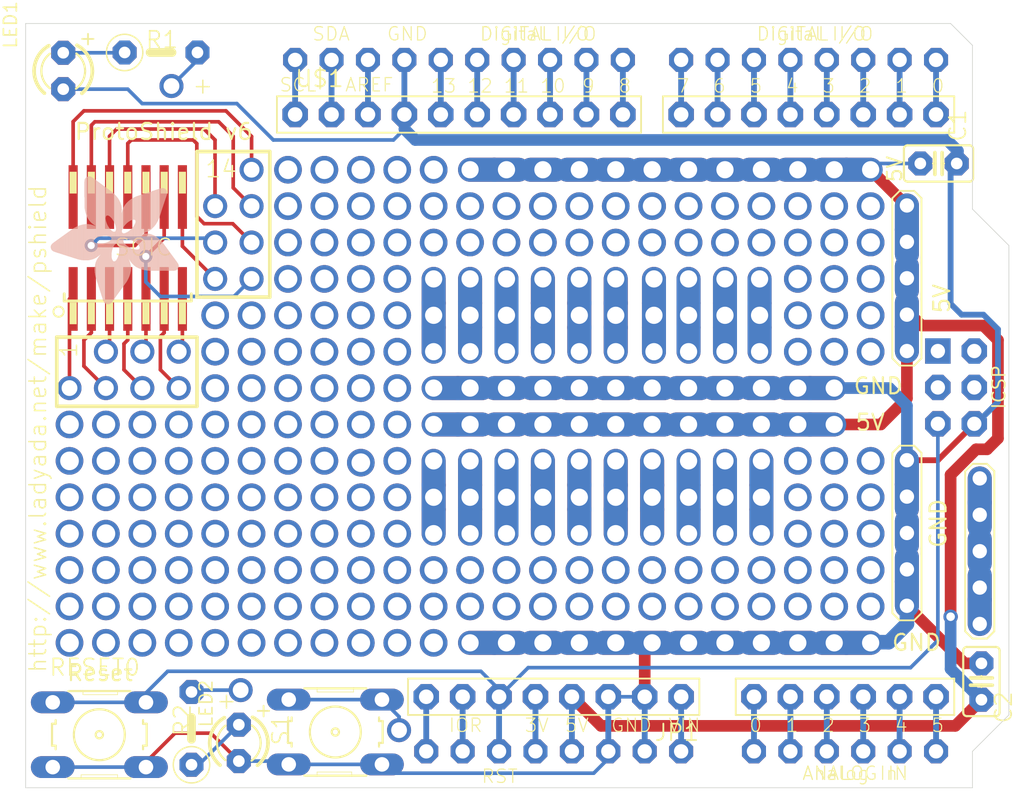
<source format=kicad_pcb>
(kicad_pcb (version 20211014) (generator pcbnew)
  (layers (0 "F.Cu" signal) (31 "B.Cu" signal) (34 "B.Paste" user) (35 "F.Paste" user) (36 "B.SilkS" user "B.Silkscreen") (37 "F.SilkS" user "F.Silkscreen") (38 "B.Mask" user) (39 "F.Mask" user) (44 "Edge.Cuts" user))
  (net 0 "")
  (net 1 "+5V")
  (net 2 "GND")
  (net 3 "N$11")
  (net 4 "N$12")
  (net 5 "N$13")
  (net 6 "N$14")
  (net 7 "N$17")
  (net 8 "N$18")
  (net 9 "N$19")
  (net 10 "N$30")
  (net 11 "N$31")
  (net 12 "N$32")
  (net 13 "N$33")
  (net 14 "N$38")
  (net 15 "N$39")
  (net 16 "N$46")
  (net 17 "N$47")
  (net 18 "N$48")
  (net 19 "N$52")
  (net 20 "N$53")
  (net 21 "N$60")
  (net 22 "N$64")
  (net 23 "N$65")
  (net 24 "N$66")
  (net 25 "N$68")
  (net 26 "N$69")
  (net 27 "N$71")
  (net 28 "N$72")
  (net 29 "N$73")
  (net 30 "N$74")
  (net 31 "N$75")
  (net 32 "N$76")
  (net 33 "N$77")
  (net 34 "N$78")
  (net 35 "N$79")
  (net 36 "N$81")
  (net 37 "N$82")
  (net 38 "N$83")
  (net 39 "N$84")
  (net 40 "N$91")
  (net 41 "N$95")
  (net 42 "N$96")
  (net 43 "N$97")
  (net 44 "N$98")
  (net 45 "N$101")
  (net 46 "N$102")
  (net 47 "N$103")
  (net 48 "N$104")
  (net 49 "N$105")
  (net 50 "N$106")
  (net 51 "N$107")
  (net 52 "N$108")
  (net 53 "N$109")
  (net 54 "N$110")
  (net 55 "N$111")
  (net 56 "N$112")
  (net 57 "N$113")
  (net 58 "N$125")
  (net 59 "N$129")
  (net 60 "N$130")
  (net 61 "N$131")
  (net 62 "N$133")
  (net 63 "N$134")
  (net 64 "N$138")
  (net 65 "N$139")
  (net 66 "N$140")
  (net 67 "N$141")
  (net 68 "N$142")
  (net 69 "N$143")
  (net 70 "N$144")
  (net 71 "N$146")
  (net 72 "N$147")
  (net 73 "N$148")
  (net 74 "N$160")
  (net 75 "N$161")
  (net 76 "N$162")
  (net 77 "N$163")
  (net 78 "N$168")
  (net 79 "N$169")
  (net 80 "N$170")
  (net 81 "N$173")
  (net 82 "N$174")
  (net 83 "N$175")
  (net 84 "N$176")
  (net 85 "N$177")
  (net 86 "N$198")
  (net 87 "N$199")
  (net 88 "N$206")
  (net 89 "N$207")
  (net 90 "N$208")
  (net 91 "N$209")
  (net 92 "N$225")
  (net 93 "N$226")
  (net 94 "N$227")
  (net 95 "N$228")
  (net 96 "N$241")
  (net 97 "N$242")
  (net 98 "N$255")
  (net 99 "N$259")
  (net 100 "N$260")
  (net 101 "N$261")
  (net 102 "N$263")
  (net 103 "N$264")
  (net 104 "N$51")
  (net 105 "N$99")
  (net 106 "N$194")
  (net 107 "3.3V")
  (net 108 "RESET")
  (net 109 "N$1")
  (net 110 "N$128")
  (net 111 "N$132")
  (net 112 "N$136")
  (net 113 "N$137")
  (net 114 "N$171")
  (net 115 "N$172")
  (net 116 "N$193")
  (net 117 "N$195")
  (net 118 "N$196")
  (net 119 "N$210")
  (net 120 "N$214")
  (net 121 "N$215")
  (net 122 "N$218")
  (net 123 "N$219")
  (net 124 "N$229")
  (net 125 "N$258")
  (net 126 "N$262")
  (net 127 "N$265")
  (net 128 "N$266")
  (net 129 "N$267")
  (net 130 "N$268")
  (net 131 "N$269")
  (net 132 "N$270")
  (net 133 "N$271")
  (net 134 "N$272")
  (net 135 "N$274")
  (net 136 "N$275")
  (net 137 "N$25")
  (net 138 "N$26")
  (net 139 "N$27")
  (net 140 "N$28")
  (net 141 "N$29")
  (net 142 "N$35")
  (net 143 "N$36")
  (net 144 "N$37")
  (net 145 "N$87")
  (net 146 "N$216")
  (net 147 "N$217")
  (net 148 "N$273")
  (net 149 "N$20")
  (net 150 "N$21")
  (net 151 "N$22")
  (net 152 "N$23")
  (net 153 "N$24")
  (net 154 "N$34")
  (net 155 "N$49")
  (net 156 "N$50")
  (net 157 "N$61")
  (net 158 "N$62")
  (net 159 "N$63")
  (net 160 "N$67")
  (net 161 "N$85")
  (net 162 "N$86")
  (net 163 "N$9")
  (net 164 "N$10")
  (net 165 "N$42")
  (net 166 "N$43")
  (net 167 "N$44")
  (net 168 "N$80")
  (net 169 "N$114")
  (net 170 "N$118")
  (net 171 "N$119")
  (net 172 "N$120")
  (net 173 "N$121")
  (net 174 "N$122")
  (net 175 "N$123")
  (net 176 "N$124")
  (net 177 "N$126")
  (net 178 "N$127")
  (net 179 "N$149")
  (net 180 "N$150")
  (net 181 "N$151")
  (net 182 "N$155")
  (net 183 "N$156")
  (net 184 "N$157")
  (net 185 "N$158")
  (net 186 "N$159")
  (net 187 "N$165")
  (net 188 "N$166")
  (net 189 "N$167")
  (net 190 "N$178")
  (net 191 "N$90")
  (net 192 "N$100")
  (net 193 "N$3")
  (net 194 "N$6")
  (net 195 "N$7")
  (net 196 "N$8")
  (net 197 "N$16")
  (net 198 "N$40")
  (net 199 "N$41")
  (net 200 "N$2")
  (net 201 "N$5")
  (net 202 "N$45")
  (net 203 "N$54")
  (net 204 "N$55")
  (net 205 "N$56")
  (net 206 "N$57")
  (net 207 "N$58")
  (net 208 "N$59")
  (net 209 "N$70")
  (net 210 "N$88")
  (net 211 "N$89")
  (net 212 "N$92")
  (net 213 "N$93")
  (net 214 "N$94")
  (net 215 "N$115")
  (net 216 "N$116")
  (net 217 "N$117")
  (net 218 "N$135")
  (net 219 "N$145")
  (net 220 "N$152")
  (net 221 "N$153")
  (net 222 "N$4")
  (net 223 "N$15")
  (net 224 "N$154")
  (net 225 "N$164")
  (footprint "boardEagle:PERFHOLE" (layer "F.Cu") (at 122.3492 103.7793)
    (fp_text reference "U$9" hide)
    (fp_text value "PERFHOLE" hide)
  )
  (footprint "boardEagle:C025-025X050" (layer "F.Cu") (at 180.876 124.2619 90)
    (fp_text reference "C2")
    (fp_text value "")
  )
  (footprint "boardEagle:3-STRIP" (layer "F.Cu") (at 145.2092 98.6993 90)
    (fp_text reference "U$29" hide)
    (fp_text value "3-STRIP" hide)
  )
  (footprint "boardEagle:ARDUINOR3_ICSP" (layer "F.Cu") (at 114.2111 131.6736)
    (fp_text reference "M1" hide)
    (fp_text value "ARDUINO_R3_ICSP" hide)
    (fp_line (start 0 0) (end 66.04 0) (layer "Edge.Cuts") (width 0.05))
    (fp_line (start 66.04 -40.386) (end 66.04 -51.816) (layer "Edge.Cuts") (width 0.05))
    (fp_line (start 64.516 -53.34) (end 0 -53.34) (layer "Edge.Cuts") (width 0.05))
    (fp_line (start 66.04 -2.54) (end 68.58 -5.08) (layer "Edge.Cuts") (width 0.05))
    (fp_line (start 66.04 -51.816) (end 64.516 -53.34) (layer "Edge.Cuts") (width 0.05))
    (fp_line (start 68.58 -5.08) (end 68.58 -37.846) (layer "Edge.Cuts") (width 0.05))
    (fp_line (start 0 -53.34) (end 0 0) (layer "Edge.Cuts") (width 0.05))
    (fp_line (start 66.04 0) (end 66.04 -2.54) (layer "Edge.Cuts") (width 0.05))
    (fp_line (start 68.58 -37.846) (end 66.04 -40.386) (layer "Edge.Cuts") (width 0.05))
  )
  (footprint "boardEagle:PERFHOLE" (layer "F.Cu") (at 129.9692 93.6193 90)
    (fp_text reference "U$38" hide)
    (fp_text value "PERFHOLE" hide)
  )
  (footprint "boardEagle:PERFHOLE" (layer "F.Cu") (at 119.8092 101.2393)
    (fp_text reference "U$8" hide)
    (fp_text value "PERFHOLE" hide)
  )
  (footprint "boardEagle:3-STRIP" (layer "F.Cu") (at 155.3692 111.3993 90)
    (fp_text reference "U$33" hide)
    (fp_text value "3-STRIP" hide)
  )
  (footprint "boardEagle:LED3MM" (layer "F.Cu") (at 129.0802 128.5443 -90)
    (fp_text reference "LED2")
    (fp_text value "")
  )
  (footprint "boardEagle:PERFHOLE" (layer "F.Cu") (at 140.2562 127.6553)
    (fp_text reference "U$16" hide)
    (fp_text value "PERFHOLE" hide)
  )
  (footprint "boardEagle:PERFHOLE" (layer "F.Cu") (at 127.4292 91.0793 90)
    (fp_text reference "U$39" hide)
    (fp_text value "PERFHOLE" hide)
  )
  (footprint "boardEagle:0207_5V" (layer "F.Cu") (at 125.7782 127.5283 90)
    (fp_text reference "R2")
    (fp_text value "")
  )
  (footprint "boardEagle:5-STRIP" (layer "F.Cu") (at 180.7591 120.2436 90)
    (fp_text reference "U$3" hide)
    (fp_text value "5-STRIP" hide)
  )
  (footprint "boardEagle:3-STRIP" (layer "F.Cu") (at 147.7492 111.3993 90)
    (fp_text reference "U$31" hide)
    (fp_text value "3-STRIP" hide)
  )
  (footprint "boardEagle:3-STRIP" (layer "F.Cu") (at 145.2092 111.3993 90)
    (fp_text reference "U$18" hide)
    (fp_text value "3-STRIP" hide)
  )
  (footprint "boardEagle:PERFHOLE" (layer "F.Cu") (at 124.8892 101.2393)
    (fp_text reference "U$27" hide)
    (fp_text value "PERFHOLE" hide)
  )
  (footprint "boardEagle:C025-025X050" (layer "F.Cu") (at 177.8838 88.1025)
    (fp_text reference "C1")
    (fp_text value "")
  )
  (footprint "boardEagle:B3F-10XX" (layer "F.Cu") (at 119.3512 127.9721 180)
    (fp_text reference "RESET0")
    (fp_text value "Reset" hide)
  )
  (footprint "boardEagle:PERFHOLE" (layer "F.Cu") (at 124.8892 103.7793)
    (fp_text reference "U$25" hide)
    (fp_text value "PERFHOLE" hide)
  )
  (footprint "boardEagle:1X08-BIG" (layer "F.Cu") (at 168.8211 84.6836 180)
    (fp_text reference "JP4" hide)
    (fp_text value "")
  )
  (footprint "" (layer "F.Cu") (at 129.9692 80.9193)
    (fp_text reference "@HOLE0" hide)
    (fp_text value "")
  )
  (footprint "boardEagle:1X10-BIG" (layer "F.Cu") (at 144.4371 84.6836)
    (fp_text reference "U$1")
    (fp_text value "PINHD-1X10")
  )
  (footprint "" (layer "F.Cu") (at 180.7692 96.1593)
    (fp_text reference "@HOLE1" hide)
    (fp_text value "")
  )
  (footprint "boardEagle:3-STRIP" (layer "F.Cu") (at 147.7492 98.6993 90)
    (fp_text reference "U$20" hide)
    (fp_text value "3-STRIP" hide)
  )
  (footprint "boardEagle:3-STRIP" (layer "F.Cu") (at 162.9892 111.3993 90)
    (fp_text reference "U$5" hide)
    (fp_text value "3-STRIP" hide)
  )
  (footprint "boardEagle:12-STRIP" (layer "F.Cu") (at 173.1492 88.5393 180)
    (fp_text reference "VCCSTRIP1" hide)
    (fp_text value "12-STRIP" hide)
  )
  (footprint "boardEagle:5-STRIP" (layer "F.Cu") (at 175.6791 101.1936 90)
    (fp_text reference "U$24" hide)
    (fp_text value "5-STRIP" hide)
  )
  (footprint "boardEagle:B3F-10XX" (layer "F.Cu") (at 135.8112 127.7823)
    (fp_text reference "S1")
    (fp_text value "Reset" hide)
  )
  (footprint "boardEagle:3-STRIP" (layer "F.Cu") (at 158.0362 98.6993 90)
    (fp_text reference "U$15" hide)
    (fp_text value "3-STRIP" hide)
  )
  (footprint "boardEagle:PERFHOLE" (layer "F.Cu") (at 127.4292 96.1593 90)
    (fp_text reference "U$34" hide)
    (fp_text value "PERFHOLE" hide)
  )
  (footprint "boardEagle:3-STRIP" (layer "F.Cu") (at 165.5292 111.3993 90)
    (fp_text reference "U$14" hide)
    (fp_text value "3-STRIP" hide)
  )
  (footprint "boardEagle:3-STRIP" (layer "F.Cu") (at 157.9092 111.3993 90)
    (fp_text reference "U$32" hide)
    (fp_text value "3-STRIP" hide)
  )
  (footprint "boardEagle:LED3MM" (layer "F.Cu") (at 116.8324 81.6457 -90)
    (fp_text reference "LED1")
    (fp_text value "")
  )
  (footprint "boardEagle:3-STRIP" (layer "F.Cu") (at 162.9892 98.6993 90)
    (fp_text reference "U$12" hide)
    (fp_text value "3-STRIP" hide)
  )
  (footprint "boardEagle:1X08-BIG" (layer "F.Cu") (at 151.0411 125.3236 180)
    (fp_text reference "JP1")
    (fp_text value "")
  )
  (footprint "boardEagle:PERFHOLE" (layer "F.Cu") (at 122.3492 101.2393)
    (fp_text reference "U$19" hide)
    (fp_text value "PERFHOLE" hide)
  )
  (footprint "boardEagle:12-STRIP" (layer "F.Cu") (at 170.6092 106.3193 180)
    (fp_text reference "VCCSTRIP2" hide)
    (fp_text value "12-STRIP" hide)
  )
  (footprint "boardEagle:3-STRIP" (layer "F.Cu") (at 165.4022 98.6993 90)
    (fp_text reference "U$13" hide)
    (fp_text value "3-STRIP" hide)
  )
  (footprint "boardEagle:1X06-BIG" (layer "F.Cu") (at 171.3611 125.3236)
    (fp_text reference "JP9" hide)
    (fp_text value "")
  )
  (footprint "boardEagle:3-STRIP" (layer "F.Cu") (at 152.8292 98.6993 90)
    (fp_text reference "U$21" hide)
    (fp_text value "3-STRIP" hide)
  )
  (footprint "boardEagle:PERFHOLE" (layer "F.Cu") (at 124.3812 82.6973)
    (fp_text reference "U$7" hide)
    (fp_text value "PERFHOLE" hide)
  )
  (footprint "boardEagle:12-STRIP" (layer "F.Cu") (at 173.1492 121.5593 180)
    (fp_text reference "GNDSTRIP2" hide)
    (fp_text value "12-STRIP" hide)
  )
  (footprint "boardEagle:3-STRIP" (layer "F.Cu") (at 142.6692 98.6993 90)
    (fp_text reference "U$17" hide)
    (fp_text value "3-STRIP" hide)
  )
  (footprint "boardEagle:12-STRIP" (layer "F.Cu") (at 170.6092 103.7793 180)
    (fp_text reference "GNDSTRIP1" hide)
    (fp_text value "12-STRIP" hide)
  )
  (footprint "boardEagle:PERFHOLE" (layer "F.Cu") (at 129.9692 96.1593 90)
    (fp_text reference "U$35" hide)
    (fp_text value "PERFHOLE" hide)
  )
  (footprint "boardEagle:3-STRIP" (layer "F.Cu") (at 152.8292 111.3993 90)
    (fp_text reference "U$23" hide)
    (fp_text value "3-STRIP" hide)
  )
  (footprint "boardEagle:3-STRIP" (layer "F.Cu") (at 160.4492 98.6993 90)
    (fp_text reference "U$10" hide)
    (fp_text value "3-STRIP" hide)
  )
  (footprint "boardEagle:PERFHOLE" (layer "F.Cu") (at 127.4292 93.6193 90)
    (fp_text reference "U$37" hide)
    (fp_text value "PERFHOLE" hide)
  )
  (footprint "boardEagle:PERFHOLE" (layer "F.Cu") (at 117.2692 103.7793)
    (fp_text reference "U$2" hide)
    (fp_text value "PERFHOLE" hide)
  )
  (footprint "boardEagle:PERFHOLE" (layer "F.Cu") (at 119.8092 103.7793)
    (fp_text reference "U$6" hide)
    (fp_text value "PERFHOLE" hide)
  )
  (footprint "boardEagle:3-STRIP" (layer "F.Cu") (at 150.2892 111.3993 90)
    (fp_text reference "U$22" hide)
    (fp_text value "3-STRIP" hide)
  )
  (footprint "boardEagle:PERFHOLE" (layer "F.Cu") (at 129.9692 88.5393 90)
    (fp_text reference "U$41" hide)
    (fp_text value "PERFHOLE" hide)
  )
  (footprint "boardEagle:3-STRIP" (layer "F.Cu") (at 150.2892 98.6993 90)
    (fp_text reference "U$30" hide)
    (fp_text value "3-STRIP" hide)
  )
  (footprint "boardEagle:0207_5V" (layer "F.Cu") (at 123.6548 80.3555)
    (fp_text reference "R1")
    (fp_text value "")
  )
  (footprint "boardEagle:SO-14NMW" (layer "F.Cu") (at 120.5712 93.8733)
    (fp_text reference "IC1" hide)
    (fp_text value "SMD-14" hide)
  )
  (footprint "boardEagle:PERFHOLE" (layer "F.Cu") (at 129.9692 91.0793 90)
    (fp_text reference "U$40" hide)
    (fp_text value "PERFHOLE" hide)
  )
  (footprint "boardEagle:3-STRIP" (layer "F.Cu") (at 142.6692 111.3993 90)
    (fp_text reference "U$26" hide)
    (fp_text value "3-STRIP" hide)
  )
  (footprint "boardEagle:3-STRIP" (layer "F.Cu") (at 160.4492 111.3993 90)
    (fp_text reference "U$11" hide)
    (fp_text value "3-STRIP" hide)
  )
  (footprint "boardEagle:5-STRIP" (layer "F.Cu") (at 175.6791 118.9736 90)
    (fp_text reference "U$43" hide)
    (fp_text value "5-STRIP" hide)
  )
  (footprint "boardEagle:3-STRIP" (layer "F.Cu") (at 155.3692 98.6993 90)
    (fp_text reference "U$28" hide)
    (fp_text value "3-STRIP" hide)
  )
  (footprint "boardEagle:PERFHOLE" (layer "F.Cu") (at 129.2072 124.8613)
    (fp_text reference "U$4" hide)
    (fp_text value "PERFHOLE" hide)
  )
  (footprint "boardEagle:ADAFRUIT_9MM" (layer "B.Cu") (at 124.8791 89.0016 -90)
    (fp_text reference "U$36" hide)
    (fp_text value "" hide)
  )
  (gr_line (start 126.1592 97.4293) (end 126.1592 87.2693) (layer "F.SilkS") (width 0.254))
  (gr_line (start 126.5402 97.4293) (end 131.2392 97.4293) (layer "F.SilkS") (width 0.254))
  (gr_line (start 126.1592 100.2233) (end 126.1592 105.0493) (layer "F.SilkS") (width 0.254))
  (gr_line (start 126.4132 97.4293) (end 126.1592 97.4293) (layer "F.SilkS") (width 0.254))
  (gr_line (start 126.1592 105.0493) (end 116.3802 105.0493) (layer "F.SilkS") (width 0.254))
  (gr_line (start 116.3802 100.2233) (end 126.1592 100.2233) (layer "F.SilkS") (width 0.254))
  (gr_line (start 131.2392 87.2693) (end 126.1592 87.2693) (layer "F.SilkS") (width 0.254))
  (gr_line (start 116.3802 105.0493) (end 116.3802 100.2233) (layer "F.SilkS") (width 0.254))
  (gr_line (start 131.2392 97.4293) (end 131.2392 87.2693) (layer "F.SilkS") (width 0.254))
  (gr_text "Digital I/O" (at 165.1381 79.6036) (layer "F.SilkS") (effects (font (size 0.93472 0.93472) (thickness 0.08128)) (justify left bottom)))
  (gr_text "GND" (at 171.8792 104.2873) (layer "F.SilkS") (effects (font (size 1.1176 1.1176) (thickness 0.1524)) (justify left bottom)))
  (gr_text "+" (at 127.4292 126.2583) (layer "F.SilkS") (effects (font (size 1.1684 1.1684) (thickness 0.1016)) (justify left bottom)))
  (gr_text "ICSP" (at 182.617 105.3262 90) (layer "F.SilkS") (effects (font (size 0.89408 0.89408) (thickness 0.12192)) (justify left bottom)))
  (gr_text "http://www.ladyada.net/make/pshield" (at 115.7452 123.7183 90) (layer "F.SilkS") (effects (font (size 1.1684 1.1684) (thickness 0.1016)) (justify left bottom)))
  (gr_text "Reset" (at 117.0051 124.3076) (layer "F.SilkS") (effects (font (size 1.1176 1.1176) (thickness 0.1524)) (justify left bottom)))
  (gr_text "5V" (at 174.2364 87.4877 90) (layer "F.SilkS") (effects (font (size 1.00584 1.00584) (thickness 0.13716)) (justify right top)))
  (gr_text "GND" (at 174.5462 122.1943) (layer "F.SilkS") (effects (font (size 1.1176 1.1176) (thickness 0.1524)) (justify left bottom)))
  (gr_text "5V" (at 178.7728 98.6435 90) (layer "F.SilkS") (effects (font (size 1.1176 1.1176) (thickness 0.1524)) (justify left bottom)))
  (gr_text "Analog In" (at 168.3232 131.2113) (layer "F.SilkS") (effects (font (size 0.93472 0.93472) (thickness 0.08128)) (justify left bottom)))
  (gr_text "ProtoShield v6" (at 130.1483 85.2272) (layer "F.SilkS") (effects (font (size 1.1176 1.1176) (thickness 0.1524)) (justify right top)))
  (gr_text "1" (at 117.9042 101.7473 90) (layer "F.SilkS") (effects (font (size 1.1684 1.1684) (thickness 0.1016)) (justify left bottom)))
  (gr_text "SOIC" (at 120.3172 94.6353) (layer "F.SilkS") (effects (font (size 1.1684 1.1684) (thickness 0.1016)) (justify left bottom)))
  (gr_text "+" (at 125.7782 83.3323) (layer "F.SilkS") (effects (font (size 1.1684 1.1684) (thickness 0.1016)) (justify left bottom)))
  (gr_text "Digital I/O" (at 145.8341 79.6036) (layer "F.SilkS") (effects (font (size 0.93472 0.93472) (thickness 0.08128)) (justify left bottom)))
  (gr_text "14" (at 126.6672 89.1743) (layer "F.SilkS") (effects (font (size 1.1684 1.1684) (thickness 0.1016)) (justify left bottom)))
  (gr_text "GND" (at 178.5188 115.0265 90) (layer "F.SilkS") (effects (font (size 1.1176 1.1176) (thickness 0.1524)) (justify left bottom)))
  (gr_text "5V" (at 172.0062 106.8273) (layer "F.SilkS") (effects (font (size 1.1176 1.1176) (thickness 0.1524)) (justify left bottom)))
  (segment (start 180.5051 108.0516) (end 178.7271 109.8296) (width 0.8128) (layer "F.Cu") (net 1))
  (segment (start 175.6791 98.3996) (end 176.6951 99.4156) (width 0.8128) (layer "F.Cu") (net 1))
  (segment (start 179.0523 127.3556) (end 180.876 125.5319) (width 0.8128) (layer "F.Cu") (net 1))
  (segment (start 178.7271 109.8296) (end 178.7271 119.7356) (width 0.8128) (layer "F.Cu") (net 1))
  (segment (start 173.8554 106.3193) (end 175.6791 104.4956) (width 0.8128) (layer "F.Cu") (net 1))
  (segment (start 152.3111 125.3236) (end 154.3431 127.3556) (width 0.8128) (layer "F.Cu") (net 1))
  (segment (start 170.6092 106.3193) (end 173.8554 106.3193) (width 0.8128) (layer "F.Cu") (net 1))
  (segment (start 175.6791 91.0692) (end 175.6791 98.3996) (width 0.8128) (layer "F.Cu") (net 1))
  (segment (start 181.0131 99.4156) (end 182.0291 100.4316) (width 0.8128) (layer "F.Cu") (net 1))
  (segment (start 181.2671 108.0516) (end 180.5051 108.0516) (width 0.8128) (layer "F.Cu") (net 1))
  (segment (start 173.1492 88.5393) (end 175.6791 91.0692) (width 0.8128) (layer "F.Cu") (net 1))
  (segment (start 154.3431 127.3556) (end 179.0523 127.3556) (width 0.8128) (layer "F.Cu") (net 1))
  (segment (start 182.0291 107.2896) (end 181.2671 108.0516) (width 0.8128) (layer "F.Cu") (net 1))
  (segment (start 176.6951 99.4156) (end 181.0131 99.4156) (width 0.8128) (layer "F.Cu") (net 1))
  (segment (start 175.6791 104.4956) (end 175.6791 101.1936) (width 0.8128) (layer "F.Cu") (net 1))
  (segment (start 175.6791 98.3996) (end 175.6791 101.1936) (width 0.8128) (layer "F.Cu") (net 1))
  (segment (start 182.0291 100.4316) (end 182.0291 107.2896) (width 0.8128) (layer "F.Cu") (net 1))
  (via (at 178.7271 119.7356) (size 1.0064) (drill 0.6) (layers "F.Cu" "B.Cu") (net 1))
  (segment (start 175.6791 100.9396) (end 175.6791 101.1936) (width 0.4064) (layer "B.Cu") (net 1))
  (segment (start 173.586 88.1025) (end 176.6138 88.1025) (width 0.254) (layer "B.Cu") (net 1))
  (segment (start 178.7271 119.7356) (end 178.7271 123.383) (width 0.8128) (layer "B.Cu") (net 1))
  (segment (start 152.3111 125.3236) (end 152.3111 129.1336) (width 0.4064) (layer "B.Cu") (net 1))
  (segment (start 173.1492 88.5393) (end 173.586 88.1025) (width 0.254) (layer "B.Cu") (net 1))
  (segment (start 178.7271 123.383) (end 180.876 125.5319) (width 0.8128) (layer "B.Cu") (net 1))
  (segment (start 157.3911 121.7676) (end 157.5994 121.5593) (width 0.8128) (layer "F.Cu") (net 2))
  (segment (start 177.8381 108.8136) (end 176.1871 108.8136) (width 0.4064) (layer "F.Cu") (net 2))
  (segment (start 122.6024 129.8863) (end 124.6251 127.8636) (width 0.254) (layer "F.Cu") (net 2))
  (segment (start 124.6251 127.8636) (end 127.1295 127.8636) (width 0.254) (layer "F.Cu") (net 2))
  (segment (start 157.5994 121.5593) (end 173.1492 121.5593) (width 0.8128) (layer "F.Cu") (net 2))
  (segment (start 175.6791 109.3216) (end 175.6791 118.9736) (width 0.4064) (layer "F.Cu") (net 2))
  (segment (start 180.3781 106.2736) (end 177.8381 108.8136) (width 0.4064) (layer "F.Cu") (net 2))
  (segment (start 157.3911 125.3236) (end 157.3911 121.7676) (width 0.8128) (layer "F.Cu") (net 2))
  (segment (start 179.6974 122.9919) (end 175.6791 118.9736) (width 0.8128) (layer "F.Cu") (net 2))
  (segment (start 176.1871 108.8136) (end 175.6791 109.3216) (width 0.4064) (layer "F.Cu") (net 2))
  (segment (start 127.1295 127.8636) (end 129.0802 129.8143) (width 0.254) (layer "F.Cu") (net 2))
  (segment (start 122.6024 130.2327) (end 122.6024 129.8863) (width 0.254) (layer "F.Cu") (net 2))
  (segment (start 180.876 122.9919) (end 179.6974 122.9919) (width 0.8128) (layer "F.Cu") (net 2))
  (segment (start 182.0291 104.7496) (end 180.5051 106.2736) (width 0.4064) (layer "B.Cu") (net 2))
  (segment (start 175.6791 105.0036) (end 175.6791 118.9736) (width 0.8128) (layer "B.Cu") (net 2))
  (segment (start 132.56 130.0429) (end 139.0624 130.0429) (width 0.254) (layer "B.Cu") (net 2))
  (segment (start 154.8511 125.3236) (end 157.3911 125.3236) (width 0.254) (layer "B.Cu") (net 2))
  (segment (start 175.6791 120.2436) (end 174.4091 121.5136) (width 1.016) (layer "B.Cu") (net 2))
  (segment (start 139.6771 130.6576) (end 153.8351 130.6576) (width 0.254) (layer "B.Cu") (net 2))
  (segment (start 170.6092 103.7793) (end 174.4548 103.7793) (width 0.8128) (layer "B.Cu") (net 2))
  (segment (start 140.6271 80.8736) (end 140.6271 84.6836) (width 0.4064) (layer "B.Cu") (net 2))
  (segment (start 173.1949 121.5136) (end 173.1492 121.5593) (width 1.016) (layer "B.Cu") (net 2))
  (segment (start 154.8511 129.6416) (end 154.8511 129.1336) (width 0.254) (layer "B.Cu") (net 2))
  (segment (start 116.8324 82.9157) (end 121.3332 82.9157) (width 0.254) (layer "B.Cu") (net 2))
  (segment (start 132.3314 129.8143) (end 132.56 130.0429) (width 0.254) (layer "B.Cu") (net 2))
  (segment (start 122.3391 83.9216) (end 128.9431 83.9216) (width 0.254) (layer "B.Cu") (net 2))
  (segment (start 179.2351 87.2236) (end 179.2351 88.0212) (width 0.8128) (layer "B.Cu") (net 2))
  (segment (start 180.5051 106.2736) (end 180.3781 106.2736) (width 0.4064) (layer "B.Cu") (net 2))
  (segment (start 116.1 130.2327) (end 122.6024 130.2327) (width 0.254) (layer "B.Cu") (net 2))
  (segment (start 174.4548 103.7793) (end 175.6791 105.0036) (width 0.8128) (layer "B.Cu") (net 2))
  (segment (start 121.3332 82.9157) (end 122.3391 83.9216) (width 0.254) (layer "B.Cu") (net 2))
  (segment (start 181.0131 98.6536) (end 182.0291 99.6696) (width 0.4064) (layer "B.Cu") (net 2))
  (segment (start 139.8651 86.4616) (end 140.6271 85.6996) (width 0.254) (layer "B.Cu") (net 2))
  (segment (start 178.4731 86.4616) (end 179.2351 87.2236) (width 0.8128) (layer "B.Cu") (net 2))
  (segment (start 153.8351 130.6576) (end 154.8511 129.6416) (width 0.254) (layer "B.Cu") (net 2))
  (segment (start 182.0291 99.6696) (end 182.0291 104.7496) (width 0.4064) (layer "B.Cu") (net 2))
  (segment (start 179.4891 98.6536) (end 181.0131 98.6536) (width 0.4064) (layer "B.Cu") (net 2))
  (segment (start 141.3891 86.4616) (end 178.4731 86.4616) (width 0.8128) (layer "B.Cu") (net 2))
  (segment (start 128.9431 83.9216) (end 131.4831 86.4616) (width 0.254) (layer "B.Cu") (net 2))
  (segment (start 129.0802 129.8143) (end 132.3314 129.8143) (width 0.254) (layer "B.Cu") (net 2))
  (segment (start 139.0624 130.0429) (end 139.6771 130.6576) (width 0.254) (layer "B.Cu") (net 2))
  (segment (start 157.3911 125.3236) (end 157.3911 129.1336) (width 0.4064) (layer "B.Cu") (net 2))
  (segment (start 140.6271 85.6996) (end 140.6271 84.6836) (width 0.254) (layer "B.Cu") (net 2))
  (segment (start 140.6271 85.6996) (end 141.3891 86.4616) (width 0.8128) (layer "B.Cu") (net 2))
  (segment (start 174.4091 121.5136) (end 173.1949 121.5136) (width 1.016) (layer "B.Cu") (net 2))
  (segment (start 178.7271 97.8916) (end 179.4891 98.6536) (width 0.4064) (layer "B.Cu") (net 2))
  (segment (start 175.6791 118.9736) (end 175.6791 120.2436) (width 1.016) (layer "B.Cu") (net 2))
  (segment (start 178.7271 88.5292) (end 178.7271 97.8916) (width 0.4064) (layer "B.Cu") (net 2))
  (segment (start 179.2351 88.0212) (end 179.1538 88.1025) (width 0.8128) (layer "B.Cu") (net 2))
  (segment (start 154.8511 129.1336) (end 154.8511 125.3236) (width 0.4064) (layer "B.Cu") (net 2))
  (segment (start 131.4831 86.4616) (end 139.8651 86.4616) (width 0.254) (layer "B.Cu") (net 2))
  (segment (start 179.1538 88.1025) (end 178.7271 88.5292) (width 0.4064) (layer "B.Cu") (net 2))
  (via (at 150.2892 119.0193) (size 1.9304) (drill 1.3) (layers "F.Cu" "B.Cu") (net 3))
  (via (at 150.2892 116.4793) (size 1.9304) (drill 1.3) (layers "F.Cu" "B.Cu") (net 4))
  (via (at 150.2892 93.6193) (size 1.9304) (drill 1.3) (layers "F.Cu" "B.Cu") (net 5))
  (via (at 150.2892 91.0793) (size 1.9304) (drill 1.3) (layers "F.Cu" "B.Cu") (net 6))
  (via (at 122.3492 106.3193) (size 1.9304) (drill 1.3) (layers "F.Cu" "B.Cu") (net 7))
  (via (at 122.3492 108.8593) (size 1.9304) (drill 1.3) (layers "F.Cu" "B.Cu") (net 8))
  (via (at 122.3492 111.3993) (size 1.9304) (drill 1.3) (layers "F.Cu" "B.Cu") (net 9))
  (via (at 147.7492 119.0193) (size 1.9304) (drill 1.3) (layers "F.Cu" "B.Cu") (net 10))
  (via (at 147.7492 116.4793) (size 1.9304) (drill 1.3) (layers "F.Cu" "B.Cu") (net 11))
  (via (at 147.7492 93.6193) (size 1.9304) (drill 1.3) (layers "F.Cu" "B.Cu") (net 12))
  (via (at 147.7492 91.0793) (size 1.9304) (drill 1.3) (layers "F.Cu" "B.Cu") (net 13))
  (via (at 124.8892 108.8593) (size 1.9304) (drill 1.3) (layers "F.Cu" "B.Cu") (net 14))
  (via (at 124.8892 106.3193) (size 1.9304) (drill 1.3) (layers "F.Cu" "B.Cu") (net 15))
  (via (at 152.8292 119.0193) (size 1.9304) (drill 1.3) (layers "F.Cu" "B.Cu") (net 16))
  (via (at 152.8292 116.4793) (size 1.9304) (drill 1.3) (layers "F.Cu" "B.Cu") (net 17))
  (via (at 124.8892 111.3993) (size 1.9304) (drill 1.3) (layers "F.Cu" "B.Cu") (net 18))
  (via (at 127.4292 108.8593) (size 1.9304) (drill 1.3) (layers "F.Cu" "B.Cu") (net 19))
  (via (at 127.4292 106.3193) (size 1.9304) (drill 1.3) (layers "F.Cu" "B.Cu") (net 20))
  (via (at 155.3692 119.0193) (size 1.9304) (drill 1.3) (layers "F.Cu" "B.Cu") (net 21))
  (via (at 155.3692 116.4793) (size 1.9304) (drill 1.3) (layers "F.Cu" "B.Cu") (net 22))
  (via (at 155.3692 93.6193) (size 1.9304) (drill 1.3) (layers "F.Cu" "B.Cu") (net 23))
  (via (at 155.3692 91.0793) (size 1.9304) (drill 1.3) (layers "F.Cu" "B.Cu") (net 24))
  (via (at 152.8292 93.6193) (size 1.9304) (drill 1.3) (layers "F.Cu" "B.Cu") (net 25))
  (via (at 152.8292 91.0793) (size 1.9304) (drill 1.3) (layers "F.Cu" "B.Cu") (net 26))
  (via (at 132.5092 101.2393) (size 1.9304) (drill 1.3) (layers "F.Cu" "B.Cu") (net 27))
  (via (at 132.5092 98.6993) (size 1.9304) (drill 1.3) (layers "F.Cu" "B.Cu") (net 28))
  (via (at 132.5092 96.1593) (size 1.9304) (drill 1.3) (layers "F.Cu" "B.Cu") (net 29))
  (via (at 132.5092 93.6193) (size 1.9304) (drill 1.3) (layers "F.Cu" "B.Cu") (net 30))
  (via (at 132.5092 91.0793) (size 1.9304) (drill 1.3) (layers "F.Cu" "B.Cu") (net 31))
  (via (at 160.4492 119.0193) (size 1.9304) (drill 1.3) (layers "F.Cu" "B.Cu") (net 32))
  (via (at 160.4492 116.4793) (size 1.9304) (drill 1.3) (layers "F.Cu" "B.Cu") (net 33))
  (via (at 160.4492 93.6193) (size 1.9304) (drill 1.3) (layers "F.Cu" "B.Cu") (net 34))
  (via (at 160.4492 91.0793) (size 1.9304) (drill 1.3) (layers "F.Cu" "B.Cu") (net 35))
  (via (at 132.5092 103.7793) (size 1.9304) (drill 1.3) (layers "F.Cu" "B.Cu") (net 36))
  (via (at 132.5092 106.3193) (size 1.9304) (drill 1.3) (layers "F.Cu" "B.Cu") (net 37))
  (via (at 132.5092 108.8593) (size 1.9304) (drill 1.3) (layers "F.Cu" "B.Cu") (net 38))
  (via (at 132.5092 111.3993) (size 1.9304) (drill 1.3) (layers "F.Cu" "B.Cu") (net 39))
  (via (at 129.9692 98.6993) (size 1.9304) (drill 1.3) (layers "F.Cu" "B.Cu") (net 40))
  (via (at 157.9092 119.0193) (size 1.9304) (drill 1.3) (layers "F.Cu" "B.Cu") (net 41))
  (via (at 157.9092 116.4793) (size 1.9304) (drill 1.3) (layers "F.Cu" "B.Cu") (net 42))
  (via (at 157.9092 93.6193) (size 1.9304) (drill 1.3) (layers "F.Cu" "B.Cu") (net 43))
  (via (at 157.9092 91.0793) (size 1.9304) (drill 1.3) (layers "F.Cu" "B.Cu") (net 44))
  (via (at 129.9692 106.3193) (size 1.9304) (drill 1.3) (layers "F.Cu" "B.Cu") (net 45))
  (via (at 129.9692 108.8593) (size 1.9304) (drill 1.3) (layers "F.Cu" "B.Cu") (net 46))
  (via (at 135.0492 108.8593) (size 1.9304) (drill 1.3) (layers "F.Cu" "B.Cu") (net 47))
  (via (at 135.0492 106.3193) (size 1.9304) (drill 1.3) (layers "F.Cu" "B.Cu") (net 48))
  (via (at 135.0492 103.7793) (size 1.9304) (drill 1.3) (layers "F.Cu" "B.Cu") (net 49))
  (via (at 135.0492 101.2393) (size 1.9304) (drill 1.3) (layers "F.Cu" "B.Cu") (net 50))
  (via (at 135.0492 98.6993) (size 1.9304) (drill 1.3) (layers "F.Cu" "B.Cu") (net 51))
  (via (at 135.0492 96.1593) (size 1.9304) (drill 1.3) (layers "F.Cu" "B.Cu") (net 52))
  (via (at 135.0492 93.6193) (size 1.9304) (drill 1.3) (layers "F.Cu" "B.Cu") (net 53))
  (via (at 135.0492 91.0793) (size 1.9304) (drill 1.3) (layers "F.Cu" "B.Cu") (net 54))
  (via (at 162.9892 119.0193) (size 1.9304) (drill 1.3) (layers "F.Cu" "B.Cu") (net 55))
  (via (at 162.9892 116.4793) (size 1.9304) (drill 1.3) (layers "F.Cu" "B.Cu") (net 56))
  (via (at 135.0492 111.3993) (size 1.9304) (drill 1.3) (layers "F.Cu" "B.Cu") (net 57))
  (via (at 165.5292 119.0193) (size 1.9304) (drill 1.3) (layers "F.Cu" "B.Cu") (net 58))
  (via (at 165.5292 116.4793) (size 1.9304) (drill 1.3) (layers "F.Cu" "B.Cu") (net 59))
  (via (at 165.5292 93.6193) (size 1.9304) (drill 1.3) (layers "F.Cu" "B.Cu") (net 60))
  (via (at 165.5292 91.0793) (size 1.9304) (drill 1.3) (layers "F.Cu" "B.Cu") (net 61))
  (via (at 162.9892 93.6193) (size 1.9304) (drill 1.3) (layers "F.Cu" "B.Cu") (net 62))
  (via (at 162.9892 91.0793) (size 1.9304) (drill 1.3) (layers "F.Cu" "B.Cu") (net 63))
  (via (at 168.0692 101.2393) (size 1.9304) (drill 1.3) (layers "F.Cu" "B.Cu") (net 64))
  (via (at 168.0692 98.6993) (size 1.9304) (drill 1.3) (layers "F.Cu" "B.Cu") (net 65))
  (via (at 168.0692 96.1593) (size 1.9304) (drill 1.3) (layers "F.Cu" "B.Cu") (net 66))
  (via (at 170.6092 119.0193) (size 1.9304) (drill 1.3) (layers "F.Cu" "B.Cu") (net 67))
  (via (at 170.6092 116.4793) (size 1.9304) (drill 1.3) (layers "F.Cu" "B.Cu") (net 68))
  (via (at 170.6092 93.6193) (size 1.9304) (drill 1.3) (layers "F.Cu" "B.Cu") (net 69))
  (via (at 170.6092 91.0793) (size 1.9304) (drill 1.3) (layers "F.Cu" "B.Cu") (net 70))
  (via (at 168.0692 108.8593) (size 1.9304) (drill 1.3) (layers "F.Cu" "B.Cu") (net 71))
  (via (at 168.0692 111.3993) (size 1.9304) (drill 1.3) (layers "F.Cu" "B.Cu") (net 72))
  (via (at 168.0692 113.9393) (size 1.9304) (drill 1.3) (layers "F.Cu" "B.Cu") (net 73))
  (via (at 168.0692 119.0193) (size 1.9304) (drill 1.3) (layers "F.Cu" "B.Cu") (net 74))
  (via (at 168.0692 116.4793) (size 1.9304) (drill 1.3) (layers "F.Cu" "B.Cu") (net 75))
  (via (at 168.0692 93.6193) (size 1.9304) (drill 1.3) (layers "F.Cu" "B.Cu") (net 76))
  (via (at 168.0692 91.0793) (size 1.9304) (drill 1.3) (layers "F.Cu" "B.Cu") (net 77))
  (via (at 170.6092 113.9393) (size 1.9304) (drill 1.3) (layers "F.Cu" "B.Cu") (net 78))
  (via (at 170.6092 111.3993) (size 1.9304) (drill 1.3) (layers "F.Cu" "B.Cu") (net 79))
  (via (at 170.6092 108.8593) (size 1.9304) (drill 1.3) (layers "F.Cu" "B.Cu") (net 80))
  (via (at 170.6092 101.2393) (size 1.9304) (drill 1.3) (layers "F.Cu" "B.Cu") (net 81))
  (via (at 170.6092 98.6993) (size 1.9304) (drill 1.3) (layers "F.Cu" "B.Cu") (net 82))
  (via (at 170.6092 96.1593) (size 1.9304) (drill 1.3) (layers "F.Cu" "B.Cu") (net 83))
  (via (at 173.1492 119.0193) (size 1.9304) (drill 1.3) (layers "F.Cu" "B.Cu") (net 84))
  (via (at 173.1492 116.4793) (size 1.9304) (drill 1.3) (layers "F.Cu" "B.Cu") (net 85))
  (via (at 173.1492 93.6193) (size 1.9304) (drill 1.3) (layers "F.Cu" "B.Cu") (net 86))
  (via (at 173.1492 91.0793) (size 1.9304) (drill 1.3) (layers "F.Cu" "B.Cu") (net 87))
  (via (at 140.1292 119.0193) (size 1.9304) (drill 1.3) (layers "F.Cu" "B.Cu") (net 88))
  (via (at 140.1292 116.4793) (size 1.9304) (drill 1.3) (layers "F.Cu" "B.Cu") (net 89))
  (via (at 140.1292 93.6193) (size 1.9304) (drill 1.3) (layers "F.Cu" "B.Cu") (net 90))
  (via (at 140.1292 91.0793) (size 1.9304) (drill 1.3) (layers "F.Cu" "B.Cu") (net 91))
  (via (at 137.5892 119.0193) (size 1.9304) (drill 1.3) (layers "F.Cu" "B.Cu") (net 92))
  (via (at 137.5892 116.4793) (size 1.9304) (drill 1.3) (layers "F.Cu" "B.Cu") (net 93))
  (via (at 137.5892 93.6193) (size 1.9304) (drill 1.3) (layers "F.Cu" "B.Cu") (net 94))
  (via (at 137.5892 91.0793) (size 1.9304) (drill 1.3) (layers "F.Cu" "B.Cu") (net 95))
  (via (at 142.6692 119.0193) (size 1.9304) (drill 1.3) (layers "F.Cu" "B.Cu") (net 96))
  (via (at 142.6692 116.4793) (size 1.9304) (drill 1.3) (layers "F.Cu" "B.Cu") (net 97))
  (via (at 145.2092 119.0193) (size 1.9304) (drill 1.3) (layers "F.Cu" "B.Cu") (net 98))
  (via (at 145.2092 116.4793) (size 1.9304) (drill 1.3) (layers "F.Cu" "B.Cu") (net 99))
  (via (at 145.2092 93.6193) (size 1.9304) (drill 1.3) (layers "F.Cu" "B.Cu") (net 100))
  (via (at 145.2092 91.0793) (size 1.9304) (drill 1.3) (layers "F.Cu" "B.Cu") (net 101))
  (via (at 142.6692 93.6193) (size 1.9304) (drill 1.3) (layers "F.Cu" "B.Cu") (net 102))
  (via (at 142.6692 91.0793) (size 1.9304) (drill 1.3) (layers "F.Cu" "B.Cu") (net 103))
  (via (at 127.4292 111.3993) (size 1.9304) (drill 1.3) (layers "F.Cu" "B.Cu") (net 104))
  (via (at 129.9692 111.3993) (size 1.9304) (drill 1.3) (layers "F.Cu" "B.Cu") (net 105))
  (segment (start 132.56 125.5217) (end 139.0624 125.5217) (width 0.254) (layer "B.Cu") (net 106))
  (segment (start 140.2562 127.6553) (end 140.2562 126.7155) (width 0.254) (layer "B.Cu") (net 106))
  (segment (start 140.2562 126.7155) (end 139.0624 125.5217) (width 0.254) (layer "B.Cu") (net 106))
  (segment (start 149.7711 125.3236) (end 149.7711 129.1336) (width 0.4064) (layer "B.Cu") (net 107))
  (segment (start 177.8381 121.3866) (end 177.8381 106.2736) (width 0.254) (layer "B.Cu") (net 108))
  (segment (start 175.9331 123.2916) (end 177.8381 121.3866) (width 0.254) (layer "B.Cu") (net 108))
  (segment (start 147.2311 125.3236) (end 149.2631 123.2916) (width 0.254) (layer "B.Cu") (net 108))
  (segment (start 149.2631 123.2916) (end 175.9331 123.2916) (width 0.254) (layer "B.Cu") (net 108))
  (segment (start 145.9611 123.5456) (end 147.2311 124.8156) (width 0.254) (layer "B.Cu") (net 108))
  (segment (start 122.6024 125.0603) (end 124.1171 123.5456) (width 0.254) (layer "B.Cu") (net 108))
  (segment (start 147.2311 125.3236) (end 147.2311 129.1336) (width 0.4064) (layer "B.Cu") (net 108))
  (segment (start 124.1171 123.5456) (end 145.9611 123.5456) (width 0.254) (layer "B.Cu") (net 108))
  (segment (start 147.2311 124.8156) (end 147.2311 125.3236) (width 0.254) (layer "B.Cu") (net 108))
  (segment (start 122.6024 125.7115) (end 122.6024 125.0603) (width 0.254) (layer "B.Cu") (net 108))
  (segment (start 116.1 125.7115) (end 122.6024 125.7115) (width 0.254) (layer "B.Cu") (net 108))
  (via (at 173.1492 101.2393) (size 1.9304) (drill 1.3) (layers "F.Cu" "B.Cu") (net 109))
  (via (at 173.1492 98.6993) (size 1.9304) (drill 1.3) (layers "F.Cu" "B.Cu") (net 110))
  (via (at 173.1492 96.1593) (size 1.9304) (drill 1.3) (layers "F.Cu" "B.Cu") (net 111))
  (via (at 173.1492 113.9393) (size 1.9304) (drill 1.3) (layers "F.Cu" "B.Cu") (net 112))
  (via (at 173.1492 111.3993) (size 1.9304) (drill 1.3) (layers "F.Cu" "B.Cu") (net 113))
  (via (at 173.1492 108.8593) (size 1.9304) (drill 1.3) (layers "F.Cu" "B.Cu") (net 114))
  (via (at 140.1292 103.7793) (size 1.9304) (drill 1.3) (layers "F.Cu" "B.Cu") (net 115))
  (via (at 140.1292 106.3193) (size 1.9304) (drill 1.3) (layers "F.Cu" "B.Cu") (net 116))
  (via (at 137.5892 103.7793) (size 1.9304) (drill 1.3) (layers "F.Cu" "B.Cu") (net 117))
  (via (at 137.5892 106.3193) (size 1.9304) (drill 1.3) (layers "F.Cu" "B.Cu") (net 118))
  (via (at 122.3492 113.9393) (size 1.9304) (drill 1.3) (layers "F.Cu" "B.Cu") (net 119))
  (via (at 122.3492 116.4793) (size 1.9304) (drill 1.3) (layers "F.Cu" "B.Cu") (net 120))
  (via (at 122.3492 119.0193) (size 1.9304) (drill 1.3) (layers "F.Cu" "B.Cu") (net 121))
  (via (at 124.8892 116.4793) (size 1.9304) (drill 1.3) (layers "F.Cu" "B.Cu") (net 122))
  (via (at 124.8892 113.9393) (size 1.9304) (drill 1.3) (layers "F.Cu" "B.Cu") (net 123))
  (via (at 124.8892 119.0193) (size 1.9304) (drill 1.3) (layers "F.Cu" "B.Cu") (net 124))
  (via (at 127.4292 116.4793) (size 1.9304) (drill 1.3) (layers "F.Cu" "B.Cu") (net 125))
  (via (at 127.4292 113.9393) (size 1.9304) (drill 1.3) (layers "F.Cu" "B.Cu") (net 126))
  (via (at 132.5092 113.9393) (size 1.9304) (drill 1.3) (layers "F.Cu" "B.Cu") (net 127))
  (via (at 132.5092 116.4793) (size 1.9304) (drill 1.3) (layers "F.Cu" "B.Cu") (net 128))
  (via (at 132.5092 119.0193) (size 1.9304) (drill 1.3) (layers "F.Cu" "B.Cu") (net 129))
  (via (at 129.9692 113.9393) (size 1.9304) (drill 1.3) (layers "F.Cu" "B.Cu") (net 130))
  (via (at 129.9692 116.4793) (size 1.9304) (drill 1.3) (layers "F.Cu" "B.Cu") (net 131))
  (via (at 135.0492 116.4793) (size 1.9304) (drill 1.3) (layers "F.Cu" "B.Cu") (net 132))
  (via (at 135.0492 113.9393) (size 1.9304) (drill 1.3) (layers "F.Cu" "B.Cu") (net 133))
  (via (at 135.0492 119.0193) (size 1.9304) (drill 1.3) (layers "F.Cu" "B.Cu") (net 134))
  (via (at 127.4292 119.0193) (size 1.9304) (drill 1.3) (layers "F.Cu" "B.Cu") (net 135))
  (via (at 129.9692 119.0193) (size 1.9304) (drill 1.3) (layers "F.Cu" "B.Cu") (net 136))
  (via (at 137.5892 101.2393) (size 1.9304) (drill 1.3) (layers "F.Cu" "B.Cu") (net 137))
  (via (at 137.5892 98.6993) (size 1.9304) (drill 1.3) (layers "F.Cu" "B.Cu") (net 138))
  (via (at 137.5892 96.1593) (size 1.9304) (drill 1.3) (layers "F.Cu" "B.Cu") (net 139))
  (via (at 140.1292 101.2393) (size 1.9304) (drill 1.3) (layers "F.Cu" "B.Cu") (net 140))
  (via (at 140.1292 98.6993) (size 1.9304) (drill 1.3) (layers "F.Cu" "B.Cu") (net 141))
  (via (at 140.1292 96.1593) (size 1.9304) (drill 1.3) (layers "F.Cu" "B.Cu") (net 142))
  (via (at 137.5892 113.9393) (size 1.9304) (drill 1.3) (layers "F.Cu" "B.Cu") (net 143))
  (via (at 137.5892 111.3993) (size 1.9304) (drill 1.3) (layers "F.Cu" "B.Cu") (net 144))
  (via (at 137.5892 108.9863) (size 1.9304) (drill 1.3) (layers "F.Cu" "B.Cu") (net 145))
  (via (at 140.1292 113.9393) (size 1.9304) (drill 1.3) (layers "F.Cu" "B.Cu") (net 146))
  (via (at 140.1292 111.3993) (size 1.9304) (drill 1.3) (layers "F.Cu" "B.Cu") (net 147))
  (via (at 140.1292 108.8593) (size 1.9304) (drill 1.3) (layers "F.Cu" "B.Cu") (net 148))
  (via (at 140.1292 121.5593) (size 1.9304) (drill 1.3) (layers "F.Cu" "B.Cu") (net 149))
  (via (at 137.5892 121.5593) (size 1.9304) (drill 1.3) (layers "F.Cu" "B.Cu") (net 150))
  (via (at 142.6692 121.5593) (size 1.9304) (drill 1.3) (layers "F.Cu" "B.Cu") (net 151))
  (via (at 122.3492 121.5593) (size 1.9304) (drill 1.3) (layers "F.Cu" "B.Cu") (net 152))
  (via (at 124.8892 121.5593) (size 1.9304) (drill 1.3) (layers "F.Cu" "B.Cu") (net 153))
  (via (at 132.5092 121.5593) (size 1.9304) (drill 1.3) (layers "F.Cu" "B.Cu") (net 154))
  (via (at 135.0492 121.5593) (size 1.9304) (drill 1.3) (layers "F.Cu" "B.Cu") (net 155))
  (via (at 127.4292 121.5593) (size 1.9304) (drill 1.3) (layers "F.Cu" "B.Cu") (net 156))
  (via (at 129.9692 121.5593) (size 1.9304) (drill 1.3) (layers "F.Cu" "B.Cu") (net 157))
  (via (at 140.1292 88.5393) (size 1.9304) (drill 1.3) (layers "F.Cu" "B.Cu") (net 158))
  (via (at 137.5892 88.5393) (size 1.9304) (drill 1.3) (layers "F.Cu" "B.Cu") (net 159))
  (via (at 142.6692 88.5393) (size 1.9304) (drill 1.3) (layers "F.Cu" "B.Cu") (net 160))
  (via (at 132.5092 88.5393) (size 1.9304) (drill 1.3) (layers "F.Cu" "B.Cu") (net 161))
  (via (at 135.0492 88.5393) (size 1.9304) (drill 1.3) (layers "F.Cu" "B.Cu") (net 162))
  (via (at 117.2692 106.3193) (size 1.9304) (drill 1.3) (layers "F.Cu" "B.Cu") (net 163))
  (via (at 117.2692 108.8593) (size 1.9304) (drill 1.3) (layers "F.Cu" "B.Cu") (net 164))
  (via (at 117.2692 111.3993) (size 1.9304) (drill 1.3) (layers "F.Cu" "B.Cu") (net 165))
  (via (at 119.8092 108.8593) (size 1.9304) (drill 1.3) (layers "F.Cu" "B.Cu") (net 166))
  (via (at 119.8092 106.3193) (size 1.9304) (drill 1.3) (layers "F.Cu" "B.Cu") (net 167))
  (via (at 119.8092 111.3993) (size 1.9304) (drill 1.3) (layers "F.Cu" "B.Cu") (net 168))
  (via (at 117.2692 113.9393) (size 1.9304) (drill 1.3) (layers "F.Cu" "B.Cu") (net 169))
  (via (at 117.2692 116.4793) (size 1.9304) (drill 1.3) (layers "F.Cu" "B.Cu") (net 170))
  (via (at 117.2692 119.0193) (size 1.9304) (drill 1.3) (layers "F.Cu" "B.Cu") (net 171))
  (via (at 119.8092 116.4793) (size 1.9304) (drill 1.3) (layers "F.Cu" "B.Cu") (net 172))
  (via (at 119.8092 113.9393) (size 1.9304) (drill 1.3) (layers "F.Cu" "B.Cu") (net 173))
  (via (at 119.8092 119.0193) (size 1.9304) (drill 1.3) (layers "F.Cu" "B.Cu") (net 174))
  (via (at 117.2692 121.5593) (size 1.9304) (drill 1.3) (layers "F.Cu" "B.Cu") (net 175))
  (via (at 119.8092 121.5593) (size 1.9304) (drill 1.3) (layers "F.Cu" "B.Cu") (net 176))
  (segment (start 117.5232 97.5563) (end 117.2692 97.5563) (width 0.254) (layer "F.Cu") (net 177))
  (segment (start 117.2692 97.5563) (end 117.2692 103.7793) (width 0.254) (layer "F.Cu") (net 177))
  (segment (start 118.7932 99.9135) (end 118.2751 100.4316) (width 0.254) (layer "F.Cu") (net 178))
  (segment (start 118.2751 100.4316) (end 118.2751 102.2452) (width 0.254) (layer "F.Cu") (net 178))
  (segment (start 118.2751 102.2452) (end 119.8092 103.7793) (width 0.254) (layer "F.Cu") (net 178))
  (segment (start 118.7932 97.5563) (end 118.7932 99.9135) (width 0.254) (layer "F.Cu") (net 178))
  (segment (start 120.0632 97.5563) (end 120.0632 100.9853) (width 0.254) (layer "F.Cu") (net 179))
  (segment (start 120.0632 100.9853) (end 119.8092 101.2393) (width 0.254) (layer "F.Cu") (net 179))
  (segment (start 121.0691 102.4992) (end 122.3492 103.7793) (width 0.254) (layer "F.Cu") (net 180))
  (segment (start 121.0691 100.6856) (end 121.0691 102.4992) (width 0.254) (layer "F.Cu") (net 180))
  (segment (start 121.3332 97.5563) (end 121.3332 100.4215) (width 0.254) (layer "F.Cu") (net 180))
  (segment (start 121.3332 100.4215) (end 121.0691 100.6856) (width 0.254) (layer "F.Cu") (net 180))
  (segment (start 122.6032 97.5563) (end 122.6032 100.9853) (width 0.254) (layer "F.Cu") (net 181))
  (segment (start 122.6032 100.9853) (end 122.3492 101.2393) (width 0.254) (layer "F.Cu") (net 181))
  (segment (start 123.6091 102.4992) (end 124.8892 103.7793) (width 0.254) (layer "F.Cu") (net 182))
  (segment (start 123.8732 99.9135) (end 123.6091 100.1776) (width 0.254) (layer "F.Cu") (net 182))
  (segment (start 123.8732 97.5563) (end 123.8732 99.9135) (width 0.254) (layer "F.Cu") (net 182))
  (segment (start 123.6091 100.1776) (end 123.6091 102.4992) (width 0.254) (layer "F.Cu") (net 182))
  (segment (start 125.1432 97.5563) (end 125.1432 100.9853) (width 0.254) (layer "F.Cu") (net 183))
  (segment (start 125.1432 100.9853) (end 124.8892 101.2393) (width 0.254) (layer "F.Cu") (net 183))
  (segment (start 125.1432 93.8733) (end 127.4292 96.1593) (width 0.254) (layer "F.Cu") (net 184))
  (segment (start 125.1432 90.4443) (end 125.1432 93.8733) (width 0.254) (layer "F.Cu") (net 184))
  (segment (start 123.8732 93.3095) (end 122.5931 94.5896) (width 0.254) (layer "F.Cu") (net 185))
  (segment (start 123.8732 90.4443) (end 123.8732 93.3095) (width 0.254) (layer "F.Cu") (net 185))
  (via (at 122.5931 94.5896) (size 0.9064) (drill 0.5) (layers "F.Cu" "B.Cu") (net 185))
  (segment (start 123.6091 97.3836) (end 128.7449 97.3836) (width 0.254) (layer "B.Cu") (net 185))
  (segment (start 122.5931 94.5896) (end 122.5931 96.3676) (width 0.254) (layer "B.Cu") (net 185))
  (segment (start 128.7449 97.3836) (end 129.9692 96.1593) (width 0.254) (layer "B.Cu") (net 185))
  (segment (start 122.5931 96.3676) (end 123.6091 97.3836) (width 0.254) (layer "B.Cu") (net 185))
  (segment (start 121.8311 93.8276) (end 118.7831 93.8276) (width 0.254) (layer "F.Cu") (net 186))
  (segment (start 122.6032 93.0555) (end 121.8311 93.8276) (width 0.254) (layer "F.Cu") (net 186))
  (segment (start 122.6032 90.4443) (end 122.6032 93.0555) (width 0.254) (layer "F.Cu") (net 186))
  (via (at 118.7831 93.8276) (size 0.9064) (drill 0.5) (layers "F.Cu" "B.Cu") (net 186))
  (segment (start 127.2209 93.8276) (end 127.4292 93.6193) (width 0.254) (layer "B.Cu") (net 186))
  (segment (start 119.2911 93.3196) (end 118.7831 93.8276) (width 0.254) (layer "B.Cu") (net 186))
  (segment (start 126.6571 93.3196) (end 119.2911 93.3196) (width 0.254) (layer "B.Cu") (net 186))
  (segment (start 127.2209 93.8276) (end 126.6571 93.3196) (width 0.254) (layer "B.Cu") (net 186))
  (segment (start 126.1491 91.7956) (end 126.6571 92.3036) (width 0.254) (layer "F.Cu") (net 187))
  (segment (start 125.8951 86.4616) (end 126.1491 86.7156) (width 0.254) (layer "F.Cu") (net 187))
  (segment (start 128.6535 92.3036) (end 129.9692 93.6193) (width 0.254) (layer "F.Cu") (net 187))
  (segment (start 126.6571 92.3036) (end 128.6535 92.3036) (width 0.254) (layer "F.Cu") (net 187))
  (segment (start 121.3332 86.7055) (end 121.5771 86.4616) (width 0.254) (layer "F.Cu") (net 187))
  (segment (start 121.3332 90.4443) (end 121.3332 86.7055) (width 0.254) (layer "F.Cu") (net 187))
  (segment (start 121.5771 86.4616) (end 125.8951 86.4616) (width 0.254) (layer "F.Cu") (net 187))
  (segment (start 126.1491 86.7156) (end 126.1491 91.7956) (width 0.254) (layer "F.Cu") (net 187))
  (segment (start 127.4191 91.0692) (end 127.4292 91.0793) (width 0.254) (layer "F.Cu") (net 188))
  (segment (start 120.0632 86.1975) (end 120.5611 85.6996) (width 0.254) (layer "F.Cu") (net 188))
  (segment (start 120.5611 85.6996) (end 126.6571 85.6996) (width 0.254) (layer "F.Cu") (net 188))
  (segment (start 126.6571 85.6996) (end 127.4191 86.4616) (width 0.254) (layer "F.Cu") (net 188))
  (segment (start 120.0632 90.4443) (end 120.0632 86.1975) (width 0.254) (layer "F.Cu") (net 188))
  (segment (start 127.4191 86.4616) (end 127.4191 91.0692) (width 0.254) (layer "F.Cu") (net 188))
  (segment (start 119.0371 85.1916) (end 127.6731 85.1916) (width 0.254) (layer "F.Cu") (net 189))
  (segment (start 127.6731 85.1916) (end 128.6891 86.2076) (width 0.254) (layer "F.Cu") (net 189))
  (segment (start 128.6891 86.2076) (end 128.6891 89.7992) (width 0.254) (layer "F.Cu") (net 189))
  (segment (start 118.7932 90.4443) (end 118.7932 85.4355) (width 0.254) (layer "F.Cu") (net 189))
  (segment (start 118.7932 85.4355) (end 119.0371 85.1916) (width 0.254) (layer "F.Cu") (net 189))
  (segment (start 128.6891 89.7992) (end 129.9692 91.0793) (width 0.254) (layer "F.Cu") (net 189))
  (segment (start 129.9692 86.2177) (end 129.9692 88.5393) (width 0.254) (layer "F.Cu") (net 190))
  (segment (start 117.5232 85.1815) (end 118.2751 84.4296) (width 0.254) (layer "F.Cu") (net 190))
  (segment (start 118.2751 84.4296) (end 128.1811 84.4296) (width 0.254) (layer "F.Cu") (net 190))
  (segment (start 128.1811 84.4296) (end 129.9692 86.2177) (width 0.254) (layer "F.Cu") (net 190))
  (segment (start 117.5232 90.4443) (end 117.5232 85.1815) (width 0.254) (layer "F.Cu") (net 190))
  (via (at 129.9692 101.2393) (size 1.9304) (drill 1.3) (layers "F.Cu" "B.Cu") (net 191))
  (via (at 129.9692 103.7793) (size 1.9304) (drill 1.3) (layers "F.Cu" "B.Cu") (net 192))
  (via (at 127.4292 98.6993) (size 1.9304) (drill 1.3) (layers "F.Cu" "B.Cu") (net 193))
  (via (at 127.4292 101.2393) (size 1.9304) (drill 1.3) (layers "F.Cu" "B.Cu") (net 194))
  (via (at 127.4292 103.7793) (size 1.9304) (drill 1.3) (layers "F.Cu" "B.Cu") (net 195))
  (segment (start 121.0946 80.3757) (end 121.1148 80.3555) (width 0.254) (layer "B.Cu") (net 196))
  (segment (start 116.8324 80.3757) (end 121.0946 80.3757) (width 0.254) (layer "B.Cu") (net 196))
  (segment (start 126.1948 80.3555) (end 126.1948 80.8837) (width 0.254) (layer "B.Cu") (net 197))
  (segment (start 126.1948 80.8837) (end 124.3812 82.6973) (width 0.254) (layer "B.Cu") (net 197))
  (segment (start 129.2072 124.8613) (end 125.9052 124.8613) (width 0.254) (layer "B.Cu") (net 198))
  (segment (start 125.9052 124.8613) (end 125.7782 124.9883) (width 0.254) (layer "B.Cu") (net 198))
  (segment (start 126.2862 130.0683) (end 129.0802 127.2743) (width 0.254) (layer "B.Cu") (net 199))
  (segment (start 125.7782 130.0683) (end 126.2862 130.0683) (width 0.254) (layer "B.Cu") (net 199))
  (segment (start 138.0871 84.6836) (end 138.0871 80.8736) (width 0.4064) (layer "B.Cu") (net 200))
  (segment (start 143.1671 80.8736) (end 143.1671 84.6836) (width 0.4064) (layer "B.Cu") (net 201))
  (segment (start 145.7071 84.6836) (end 145.7071 80.8736) (width 0.4064) (layer "B.Cu") (net 202))
  (segment (start 148.2471 80.8736) (end 148.2471 84.6836) (width 0.4064) (layer "B.Cu") (net 203))
  (segment (start 150.7871 84.6836) (end 150.7871 80.8736) (width 0.4064) (layer "B.Cu") (net 204))
  (segment (start 153.3271 80.8736) (end 153.3271 84.6836) (width 0.4064) (layer "B.Cu") (net 205))
  (segment (start 155.8671 84.6836) (end 155.8671 80.8736) (width 0.4064) (layer "B.Cu") (net 206))
  (segment (start 165.0111 125.3236) (end 165.0111 129.1336) (width 0.4064) (layer "B.Cu") (net 207))
  (segment (start 167.5511 129.1336) (end 167.5511 125.3236) (width 0.4064) (layer "B.Cu") (net 208))
  (segment (start 170.0911 125.3236) (end 170.0911 129.1336) (width 0.4064) (layer "B.Cu") (net 209))
  (segment (start 172.6311 129.1336) (end 172.6311 125.3236) (width 0.4064) (layer "B.Cu") (net 210))
  (segment (start 175.1711 125.3236) (end 175.1711 129.1336) (width 0.4064) (layer "B.Cu") (net 211))
  (segment (start 177.7111 129.1336) (end 177.7111 125.3236) (width 0.4064) (layer "B.Cu") (net 212))
  (segment (start 177.7111 80.8736) (end 177.7111 84.6836) (width 0.4064) (layer "B.Cu") (net 213))
  (segment (start 175.1711 80.8736) (end 175.1711 84.6836) (width 0.4064) (layer "B.Cu") (net 214))
  (segment (start 172.6311 80.8736) (end 172.6311 84.6836) (width 0.4064) (layer "B.Cu") (net 215))
  (segment (start 170.0911 80.8736) (end 170.0911 84.6836) (width 0.4064) (layer "B.Cu") (net 216))
  (segment (start 167.5511 80.8736) (end 167.5511 84.6836) (width 0.4064) (layer "B.Cu") (net 217))
  (segment (start 165.0111 80.8736) (end 165.0111 84.6836) (width 0.4064) (layer "B.Cu") (net 218))
  (segment (start 162.4711 84.6836) (end 162.4711 80.8736) (width 0.4064) (layer "B.Cu") (net 219))
  (segment (start 159.9311 80.8736) (end 159.9311 84.6836) (width 0.4064) (layer "B.Cu") (net 220))
  (segment (start 159.9311 129.1336) (end 159.9311 125.3236) (width 0.4064) (layer "B.Cu") (net 221))
  (segment (start 142.1511 125.3236) (end 142.1511 129.1336) (width 0.4064) (layer "B.Cu") (net 222))
  (segment (start 144.6911 129.1336) (end 144.6911 125.3236) (width 0.4064) (layer "B.Cu") (net 223))
  (segment (start 133.0071 80.8736) (end 133.0071 84.6836) (width 0.4064) (layer "B.Cu") (net 224))
  (segment (start 135.5471 80.8736) (end 135.5471 84.6836) (width 0.4064) (layer "B.Cu") (net 225))
)
</source>
